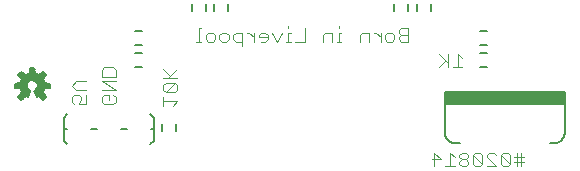
<source format=gbo>
G75*
%MOIN*%
%OFA0B0*%
%FSLAX24Y24*%
%IPPOS*%
%LPD*%
%AMOC8*
5,1,8,0,0,1.08239X$1,22.5*
%
%ADD10C,0.0040*%
%ADD11C,0.0060*%
%ADD12C,0.0080*%
%ADD13R,0.4000X0.0400*%
%ADD14C,0.0059*%
D10*
X003450Y002556D02*
X003527Y002479D01*
X003450Y002556D02*
X003450Y002709D01*
X003527Y002786D01*
X003680Y002786D01*
X003757Y002709D01*
X003757Y002633D01*
X003680Y002479D01*
X003910Y002479D01*
X003910Y002786D01*
X003910Y002940D02*
X003603Y002940D01*
X003450Y003093D01*
X003603Y003247D01*
X003910Y003247D01*
X004450Y003236D02*
X004910Y003236D01*
X004910Y003390D02*
X004910Y003620D01*
X004834Y003697D01*
X004527Y003697D01*
X004450Y003620D01*
X004450Y003390D01*
X004910Y003390D01*
X004910Y002929D02*
X004450Y003236D01*
X004450Y002929D02*
X004910Y002929D01*
X004834Y002776D02*
X004910Y002699D01*
X004910Y002546D01*
X004834Y002469D01*
X004527Y002469D01*
X004450Y002546D01*
X004450Y002699D01*
X004527Y002776D01*
X004680Y002776D01*
X004680Y002622D01*
X006500Y002572D02*
X006960Y002572D01*
X006807Y002419D01*
X006500Y002419D02*
X006500Y002726D01*
X006577Y002879D02*
X006884Y003186D01*
X006577Y003186D01*
X006500Y003109D01*
X006500Y002956D01*
X006577Y002879D01*
X006884Y002879D01*
X006960Y002956D01*
X006960Y003109D01*
X006884Y003186D01*
X006960Y003340D02*
X006500Y003340D01*
X006653Y003340D02*
X006960Y003647D01*
X006730Y003416D02*
X006500Y003647D01*
X007601Y004550D02*
X007754Y004550D01*
X007677Y004550D02*
X007677Y005010D01*
X007754Y005010D01*
X007908Y004780D02*
X007984Y004857D01*
X008138Y004857D01*
X008215Y004780D01*
X008215Y004627D01*
X008138Y004550D01*
X007984Y004550D01*
X007908Y004627D01*
X007908Y004780D01*
X008368Y004780D02*
X008368Y004627D01*
X008445Y004550D01*
X008598Y004550D01*
X008675Y004627D01*
X008675Y004780D01*
X008598Y004857D01*
X008445Y004857D01*
X008368Y004780D01*
X008828Y004780D02*
X008828Y004627D01*
X008905Y004550D01*
X009135Y004550D01*
X008905Y004857D02*
X008828Y004780D01*
X008905Y004857D02*
X009135Y004857D01*
X009135Y004397D01*
X009519Y004550D02*
X009519Y004857D01*
X009519Y004703D02*
X009365Y004857D01*
X009289Y004857D01*
X009672Y004780D02*
X009672Y004703D01*
X009979Y004703D01*
X009979Y004627D02*
X009979Y004780D01*
X009903Y004857D01*
X009749Y004857D01*
X009672Y004780D01*
X009749Y004550D02*
X009903Y004550D01*
X009979Y004627D01*
X010133Y004857D02*
X010286Y004550D01*
X010440Y004857D01*
X010670Y004857D02*
X010670Y004550D01*
X010747Y004550D02*
X010593Y004550D01*
X010900Y004550D02*
X011207Y004550D01*
X011207Y005010D01*
X010747Y004857D02*
X010670Y004857D01*
X010670Y005010D02*
X010670Y005087D01*
X011821Y004780D02*
X011821Y004550D01*
X011821Y004780D02*
X011898Y004857D01*
X012128Y004857D01*
X012128Y004550D01*
X012281Y004550D02*
X012435Y004550D01*
X012358Y004550D02*
X012358Y004857D01*
X012435Y004857D01*
X012358Y005010D02*
X012358Y005087D01*
X013049Y004780D02*
X013049Y004550D01*
X013049Y004780D02*
X013125Y004857D01*
X013356Y004857D01*
X013356Y004550D01*
X013509Y004857D02*
X013586Y004857D01*
X013739Y004703D01*
X013739Y004550D02*
X013739Y004857D01*
X013893Y004780D02*
X013969Y004857D01*
X014123Y004857D01*
X014200Y004780D01*
X014200Y004627D01*
X014123Y004550D01*
X013969Y004550D01*
X013893Y004627D01*
X013893Y004780D01*
X014353Y004703D02*
X014353Y004627D01*
X014430Y004550D01*
X014660Y004550D01*
X014660Y005010D01*
X014430Y005010D01*
X014353Y004934D01*
X014353Y004857D01*
X014430Y004780D01*
X014660Y004780D01*
X014430Y004780D02*
X014353Y004703D01*
X015693Y004160D02*
X016000Y003853D01*
X015923Y003930D02*
X015693Y003700D01*
X016000Y003700D02*
X016000Y004160D01*
X016307Y004160D02*
X016307Y003700D01*
X016460Y003700D02*
X016153Y003700D01*
X016460Y004007D02*
X016307Y004160D01*
X016438Y000860D02*
X016362Y000784D01*
X016362Y000707D01*
X016438Y000630D01*
X016592Y000630D01*
X016668Y000707D01*
X016668Y000784D01*
X016592Y000860D01*
X016438Y000860D01*
X016208Y000707D02*
X016055Y000860D01*
X016055Y000400D01*
X016208Y000400D02*
X015901Y000400D01*
X015748Y000630D02*
X015441Y000630D01*
X015517Y000400D02*
X015517Y000860D01*
X015748Y000630D01*
X016362Y000553D02*
X016362Y000477D01*
X016438Y000400D01*
X016592Y000400D01*
X016668Y000477D01*
X016668Y000553D01*
X016592Y000630D01*
X016438Y000630D02*
X016362Y000553D01*
X016822Y000477D02*
X016822Y000784D01*
X017129Y000477D01*
X017052Y000400D01*
X016899Y000400D01*
X016822Y000477D01*
X017129Y000477D02*
X017129Y000784D01*
X017052Y000860D01*
X016899Y000860D01*
X016822Y000784D01*
X017282Y000784D02*
X017282Y000707D01*
X017589Y000400D01*
X017282Y000400D01*
X017743Y000477D02*
X017819Y000400D01*
X017973Y000400D01*
X018050Y000477D01*
X017743Y000784D01*
X017743Y000477D01*
X018050Y000477D02*
X018050Y000784D01*
X017973Y000860D01*
X017819Y000860D01*
X017743Y000784D01*
X017589Y000784D02*
X017512Y000860D01*
X017359Y000860D01*
X017282Y000784D01*
X018203Y000707D02*
X018280Y000707D01*
X018510Y000707D01*
X018510Y000553D02*
X018203Y000553D01*
X018280Y000400D02*
X018280Y000860D01*
X018433Y000860D02*
X018433Y000400D01*
D11*
X017298Y003694D02*
X017062Y003694D01*
X017062Y004166D02*
X017298Y004166D01*
X017298Y004444D02*
X017062Y004444D01*
X017062Y004916D02*
X017298Y004916D01*
X015416Y005562D02*
X015416Y005798D01*
X014944Y005798D02*
X014944Y005562D01*
X014666Y005562D02*
X014666Y005798D01*
X014194Y005798D02*
X014194Y005562D01*
X008666Y005562D02*
X008666Y005798D01*
X008194Y005798D02*
X008194Y005562D01*
X007916Y005562D02*
X007916Y005798D01*
X007444Y005798D02*
X007444Y005562D01*
X005798Y004916D02*
X005562Y004916D01*
X005562Y004444D02*
X005798Y004444D01*
X005798Y004166D02*
X005562Y004166D01*
X005562Y003694D02*
X005798Y003694D01*
X006444Y001798D02*
X006444Y001562D01*
X006916Y001562D02*
X006916Y001798D01*
D12*
X003290Y001130D02*
X003180Y001240D01*
X003180Y001630D01*
X003180Y002020D01*
X003290Y002130D01*
X003280Y001630D02*
X003180Y001630D01*
X004080Y001630D02*
X004280Y001630D01*
X005080Y001630D02*
X005280Y001630D01*
X006080Y001630D02*
X006180Y001630D01*
X006180Y001240D01*
X006070Y001130D01*
X006180Y001630D02*
X006180Y002020D01*
X006070Y002130D01*
X015880Y002480D02*
X015880Y001530D01*
X015881Y001496D01*
X015885Y001461D01*
X015893Y001428D01*
X015904Y001395D01*
X015919Y001364D01*
X015936Y001334D01*
X015957Y001306D01*
X015980Y001280D01*
X016006Y001257D01*
X016034Y001236D01*
X016064Y001219D01*
X016095Y001204D01*
X016128Y001193D01*
X016161Y001185D01*
X016196Y001181D01*
X016230Y001180D01*
X016380Y001180D01*
X015880Y002480D02*
X015880Y002880D01*
X019880Y002880D01*
X019880Y002480D01*
X015880Y002480D01*
X019380Y001180D02*
X019530Y001180D01*
X019564Y001181D01*
X019599Y001185D01*
X019632Y001193D01*
X019665Y001204D01*
X019696Y001219D01*
X019726Y001236D01*
X019754Y001257D01*
X019780Y001280D01*
X019803Y001306D01*
X019824Y001334D01*
X019841Y001364D01*
X019856Y001395D01*
X019867Y001428D01*
X019875Y001461D01*
X019879Y001496D01*
X019880Y001530D01*
X019880Y002480D01*
D13*
X017880Y002680D03*
D14*
X002716Y003016D02*
X002526Y002997D01*
X002505Y002933D01*
X002474Y002873D01*
X002595Y002724D01*
X002494Y002623D01*
X002345Y002744D01*
X002285Y002713D01*
X002201Y002917D01*
X002238Y002939D01*
X002270Y002968D01*
X002294Y003004D01*
X002309Y003045D01*
X002315Y003088D01*
X002309Y003132D01*
X002294Y003173D01*
X002589Y003173D01*
X002526Y003179D02*
X002716Y003160D01*
X002716Y003016D01*
X002716Y003058D02*
X002311Y003058D01*
X002311Y003115D02*
X002716Y003115D01*
X002561Y003000D02*
X002292Y003000D01*
X002243Y002943D02*
X002508Y002943D01*
X002481Y002885D02*
X002214Y002885D01*
X002238Y002828D02*
X002511Y002828D01*
X002558Y002770D02*
X002262Y002770D01*
X002383Y002712D02*
X002583Y002712D01*
X002526Y002655D02*
X002454Y002655D01*
X002022Y002828D02*
X001749Y002828D01*
X001786Y002873D02*
X001755Y002933D01*
X001734Y002997D01*
X001544Y003016D01*
X001544Y003160D01*
X001734Y003179D01*
X001755Y003243D01*
X001786Y003303D01*
X001665Y003452D01*
X001766Y003553D01*
X001915Y003432D01*
X001975Y003463D01*
X002039Y003484D01*
X002058Y003674D01*
X002202Y003674D01*
X002221Y003484D01*
X002285Y003463D01*
X002345Y003432D01*
X002494Y003553D01*
X002595Y003452D01*
X002474Y003303D01*
X002505Y003243D01*
X002526Y003179D01*
X002509Y003230D02*
X002246Y003230D01*
X002236Y003239D02*
X002197Y003260D01*
X002154Y003271D01*
X002110Y003271D01*
X002067Y003261D01*
X002028Y003241D01*
X001994Y003213D01*
X001968Y003177D01*
X001952Y003136D01*
X001946Y003092D01*
X001950Y003048D01*
X001965Y003006D01*
X001989Y002969D01*
X002021Y002939D01*
X002059Y002917D01*
X001975Y002713D01*
X001915Y002744D01*
X001766Y002623D01*
X001665Y002724D01*
X001786Y002873D01*
X001779Y002885D02*
X002046Y002885D01*
X002017Y002943D02*
X001752Y002943D01*
X001699Y003000D02*
X001969Y003000D01*
X001949Y003058D02*
X001544Y003058D01*
X001544Y003115D02*
X001949Y003115D01*
X001967Y003173D02*
X001671Y003173D01*
X001751Y003230D02*
X002015Y003230D01*
X002236Y003239D02*
X002269Y003210D01*
X002294Y003173D01*
X002482Y003288D02*
X001778Y003288D01*
X001751Y003346D02*
X002509Y003346D01*
X002556Y003403D02*
X001704Y003403D01*
X001674Y003461D02*
X001880Y003461D01*
X001970Y003461D02*
X002290Y003461D01*
X002380Y003461D02*
X002586Y003461D01*
X002529Y003518D02*
X002450Y003518D01*
X002218Y003518D02*
X002042Y003518D01*
X002048Y003576D02*
X002212Y003576D01*
X002206Y003633D02*
X002054Y003633D01*
X001810Y003518D02*
X001731Y003518D01*
X001702Y002770D02*
X001998Y002770D01*
X001877Y002712D02*
X001677Y002712D01*
X001734Y002655D02*
X001806Y002655D01*
M02*

</source>
